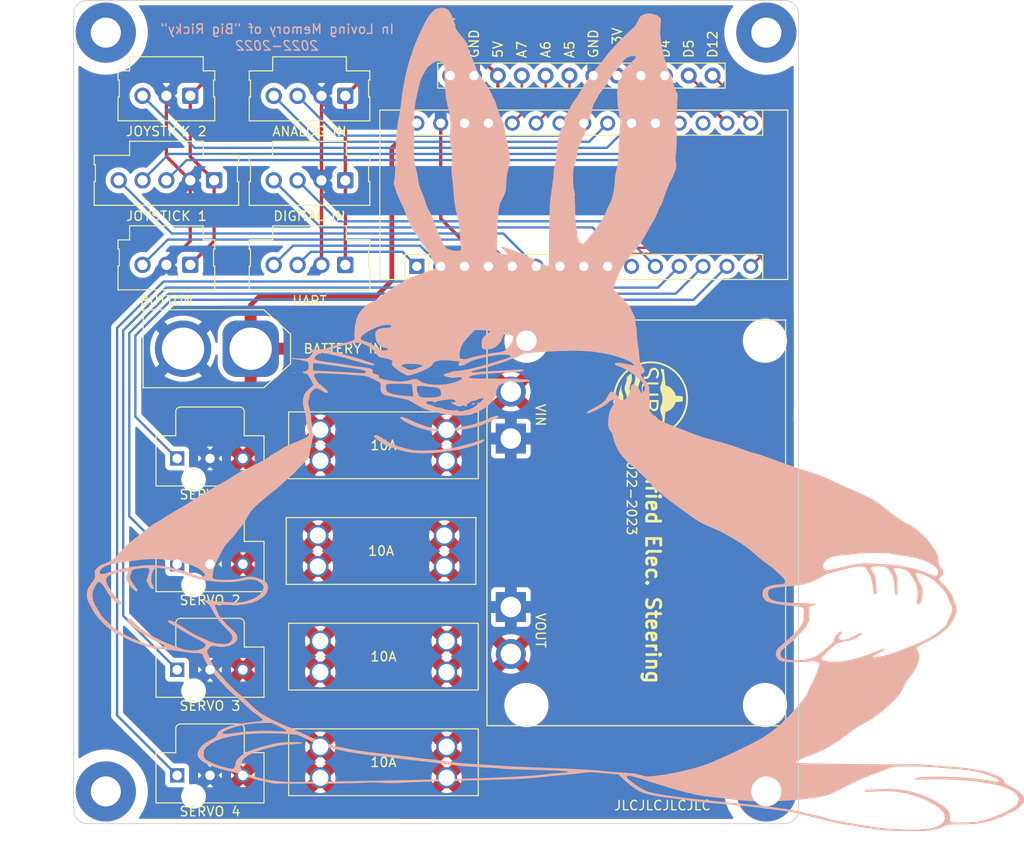
<source format=kicad_pcb>
(kicad_pcb (version 20211014) (generator pcbnew)
  (title_block (title "Unified Elec. Steering") (date "2022-10-01") (rev "A"))
  (layers (0 "F.Cu" signal) (31 "B.Cu" signal) (34 "B.Paste" user) (35 "F.Paste" user) (36 "B.SilkS" user "B.Silkscreen") (37 "F.SilkS" user "F.Silkscreen") (38 "B.Mask" user) (39 "F.Mask" user) (44 "Edge.Cuts" user))
  (net 0 "")
  (net 1 "VBUS")
  (net 2 "GND")
  (net 3 "RESET")
  (net 4 "+5V")
  (net 5 "A7")
  (net 6 "A6")
  (net 7 "A5")
  (net 8 "+3V3")
  (net 9 "D13")
  (net 10 "D4")
  (net 11 "D5")
  (net 12 "D12")
  (net 14 "TX")
  (net 15 "RX")
  (net 16 "BUTTON0")
  (net 17 "BUTTON1")
  (net 18 "D7")
  (net 20 "D8")
  (net 21 "JOY_PITCH")
  (net 22 "JOY_YAW")
  (net 23 "JOY_ROLL")
  (net 24 "A3")
  (net 25 "A4")
  (net 26 "SERVO0")
  (net 27 "SERVO1")
  (net 28 "SERVO2")
  (net 29 "SERVO3")
  (net 30 "+7.5V")
  (net 31 "Net-(J5-Pad3)")
  (net 32 "Net-(F3-Pad1)")
  (net 33 "Net-(J4-Pad3)")
  (net 34 "Net-(J2-Pad3)")
  (footprint "Connector_AMASS:AMASS_XT60-M_1x02_P7.20mm_Vertical" (layer "F.Cu") (at 115.145 90.932 180)
    (fp_text reference "J6" hide)
    (fp_text value "Conn_01x02")
    (pad "1" thru_hole roundrect (at 0 0 180) (size 6 6) (drill 4.5) (layers *.Cu *.Mask) (net 1 "VBUS"))
    (pad "2" thru_hole circle (at 7.2 0 180) (size 6 6) (drill 4.5) (layers *.Cu *.Mask) (net 2 "GND"))
  )
  (footprint "Connector_PinHeader_2.54mm:PinHeader_1x12_P2.54mm_Vertical" (layer "F.Cu") (at 136.393 61.849 90)
    (fp_text reference "J8" hide)
    (fp_text value "Conn_01x12")
    (pad "1" thru_hole circle (at 0 0 90) (size 1.7 1.7) (drill 1) (layers *.Cu *.Mask) (net 3 "RESET"))
    (pad "2" thru_hole oval (at 0 2.54 90) (size 1.7 1.7) (drill 1) (layers *.Cu *.Mask) (net 2 "GND"))
    (pad "3" thru_hole oval (at 0 5.08 90) (size 1.7 1.7) (drill 1) (layers *.Cu *.Mask) (net 4 "+5V"))
    (pad "4" thru_hole oval (at 0 7.62 90) (size 1.7 1.7) (drill 1) (layers *.Cu *.Mask) (net 5 "A7"))
    (pad "5" thru_hole oval (at 0 10.16 90) (size 1.7 1.7) (drill 1) (layers *.Cu *.Mask) (net 6 "A6"))
    (pad "6" thru_hole oval (at 0 12.7 90) (size 1.7 1.7) (drill 1) (layers *.Cu *.Mask) (net 7 "A5"))
    (pad "7" thru_hole oval (at 0 15.24 90) (size 1.7 1.7) (drill 1) (layers *.Cu *.Mask) (net 2 "GND"))
    (pad "8" thru_hole oval (at 0 17.78 90) (size 1.7 1.7) (drill 1) (layers *.Cu *.Mask) (net 8 "+3V3"))
    (pad "9" thru_hole oval (at 0 20.32 90) (size 1.7 1.7) (drill 1) (layers *.Cu *.Mask) (net 9 "D13"))
    (pad "10" thru_hole oval (at 0 22.86 90) (size 1.7 1.7) (drill 1) (layers *.Cu *.Mask) (net 10 "D4"))
    (pad "11" thru_hole oval (at 0 25.4 90) (size 1.7 1.7) (drill 1) (layers *.Cu *.Mask) (net 11 "D5"))
    (pad "12" thru_hole oval (at 0 27.94 90) (size 1.7 1.7) (drill 1) (layers *.Cu *.Mask) (net 12 "D12"))
  )
  (footprint "elec_steering:1722861103_ultra" (layer "F.Cu") (at 110.814987 102.619001)
    (fp_text reference "J5" hide)
    (fp_text value "Conn_01x03" hide)
    (pad "" np_thru_hole circle (at -1.750004 2.23) (size 1.6 1.6) (drill 1.6) (layers *.Cu *.Mask))
    (pad "1" thru_hole rect (at -3.5 0) (size 1.52 1.52) (drill 1.02) (layers *.Cu *.Mask) (net 29 "SERVO3"))
    (pad "2" thru_hole circle (at 0.000001 0) (size 1.52 1.52) (drill 1.016) (layers *.Cu *.Mask) (net 2 "GND"))
    (pad "3" thru_hole circle (at 3.500001 0) (size 1.52 1.52) (drill 1.016) (layers *.Cu *.Mask) (net 31 "Net-(J5-Pad3)"))
  )
  (footprint "elec_steering:1722861103_ultra" (layer "F.Cu") (at 110.814987 125.119001)
    (fp_text reference "J4" hide)
    (fp_text value "Conn_01x03" hide)
    (pad "" np_thru_hole circle (at -1.750004 2.23) (size 1.6 1.6) (drill 1.6) (layers *.Cu *.Mask))
    (pad "1" thru_hole rect (at -3.5 0) (size 1.52 1.52) (drill 1.02) (layers *.Cu *.Mask) (net 27 "SERVO1"))
    (pad "2" thru_hole circle (at 0.000001 0) (size 1.52 1.52) (drill 1.016) (layers *.Cu *.Mask) (net 2 "GND"))
    (pad "3" thru_hole circle (at 3.500001 0) (size 1.52 1.52) (drill 1.016) (layers *.Cu *.Mask) (net 33 "Net-(J4-Pad3)"))
  )
  (footprint "elec_steering:3557-2" (layer "F.Cu") (at 129.286 122.068)
    (fp_text reference "F4" hide)
    (fp_text value "Fuse")
    (pad "1" thru_hole circle (at -6.731 0) (size 2.2352 2.2352) (drill 1.7272) (layers *.Cu *.Mask) (net 33 "Net-(J4-Pad3)"))
    (pad "1" thru_hole circle (at -6.731 3.302) (size 2.2352 2.2352) (drill 1.7272) (layers *.Cu *.Mask) (net 33 "Net-(J4-Pad3)"))
    (pad "2" thru_hole circle (at 6.731 0) (size 2.2352 2.2352) (drill 1.7272) (layers *.Cu *.Mask) (net 30 "+7.5V"))
    (pad "2" thru_hole circle (at 6.731 3.302) (size 2.2352 2.2352) (drill 1.7272) (layers *.Cu *.Mask) (net 30 "+7.5V"))
  )
  (footprint "Connector_Molex:Molex_SL_171971-0003_1x03_P2.54mm_Vertical" (layer "F.Cu") (at 108.712 82.002 180)
    (fp_text reference "J11" hide)
    (fp_text value "Conn_01x03")
    (pad "1" thru_hole roundrect (at 0 0 180) (size 1.74 1.74) (drill 1.09) (layers *.Cu *.Mask) (roundrect_rratio 0.1436781609) (net 4 "+5V"))
    (pad "2" thru_hole circle (at 2.54 0 180) (size 1.74 1.74) (drill 1.09) (layers *.Cu *.Mask) (net 2 "GND"))
    (pad "3" thru_hole circle (at 5.08 0 180) (size 1.74 1.74) (drill 1.09) (layers *.Cu *.Mask) (net 16 "BUTTON0"))
  )
  (footprint "Connector_Molex:Molex_SL_171971-0003_1x03_P2.54mm_Vertical" (layer "F.Cu") (at 108.712 64.002 180)
    (fp_text reference "J13" hide)
    (fp_text value "Conn_01x03")
    (pad "1" thru_hole roundrect (at 0 0 180) (size 1.74 1.74) (drill 1.09) (layers *.Cu *.Mask) (roundrect_rratio 0.1436781609) (net 4 "+5V"))
    (pad "2" thru_hole circle (at 2.54 0 180) (size 1.74 1.74) (drill 1.09) (layers *.Cu *.Mask) (net 2 "GND"))
    (pad "3" thru_hole circle (at 5.08 0 180) (size 1.74 1.74) (drill 1.09) (layers *.Cu *.Mask) (net 23 "JOY_ROLL"))
  )
  (footprint "elec_steering:1722861103_ultra" (layer "F.Cu") (at 110.814987 136.369001)
    (fp_text reference "J2" hide)
    (fp_text value "Conn_01x03" hide)
    (pad "" np_thru_hole circle (at -1.750004 2.23) (size 1.6 1.6) (drill 1.6) (layers *.Cu *.Mask))
    (pad "1" thru_hole rect (at -3.5 0) (size 1.52 1.52) (drill 1.02) (layers *.Cu *.Mask) (net 26 "SERVO0"))
    (pad "2" thru_hole circle (at 0.000001 0) (size 1.52 1.52) (drill 1.016) (layers *.Cu *.Mask) (net 2 "GND"))
    (pad "3" thru_hole circle (at 3.500001 0) (size 1.52 1.52) (drill 1.016) (layers *.Cu *.Mask) (net 34 "Net-(J2-Pad3)"))
  )
  (footprint "LOGO" (layer "F.Cu") (at 157.734 96.266 -90)
    (fp_text reference "G***" hide)
    (fp_text value "LOGO" hide)
  )
  (footprint "MountingHole:MountingHole_3.2mm_M3_Pad" (layer "F.Cu") (at 170.057 138.075)
    (fp_text reference "REF**" hide)
    (fp_text value "MountingHole_3.2mm_M3_Pad")
    (pad "1" thru_hole circle (at 0 0) (size 6.4 6.4) (drill 3.2) (layers *.Cu *.Mask) (clearance 1.27))
  )
  (footprint "Connector_Molex:Molex_SL_171971-0004_1x04_P2.54mm_Vertical" (layer "F.Cu") (at 125.222 73.008 180)
    (fp_text reference "J9" hide)
    (fp_text value "Conn_01x04")
    (pad "1" thru_hole roundrect (at 0 0 180) (size 1.74 1.74) (drill 1.09) (layers *.Cu *.Mask) (roundrect_rratio 0.1436781609) (net 4 "+5V"))
    (pad "2" thru_hole circle (at 2.54 0 180) (size 1.74 1.74) (drill 1.09) (layers *.Cu *.Mask) (net 2 "GND"))
    (pad "3" thru_hole circle (at 5.08 0 180) (size 1.74 1.74) (drill 1.09) (layers *.Cu *.Mask) (net 20 "D8"))
    (pad "4" thru_hole circle (at 7.62 0 180) (size 1.74 1.74) (drill 1.09) (layers *.Cu *.Mask) (net 18 "D7"))
  )
  (footprint "elec_steering:D24V150F7" (layer "F.Cu") (at 156.21 109.478236 -90)
    (fp_text reference "U2" hide)
    (fp_text value "D24V150F7")
    (pad "" np_thru_hole circle locked (at 19.4 11.7 270) (size 2.18 2.18) (drill 2.18) (layers F&B.Cu *.Mask) (clearance 1.27))
    (pad "" np_thru_hole circle locked (at -19.4 -13.7 270) (size 2.18 2.18) (drill 2.18) (layers F&B.Cu *.Mask) (clearance 1.27))
    (pad "" np_thru_hole circle locked (at 19.4 -13.7 270) (size 2.18 2.18) (drill 2.18) (layers F&B.Cu *.Mask) (clearance 1.27))
    (pad "" np_thru_hole circle locked (at -19.4 11.7 270) (size 2.18 2.18) (drill 2.18) (layers F&B.Cu *.Mask) (clearance 1.27))
    (pad "1" thru_hole circle locked (at -13.98 13.36 270) (size 3.196 3.196) (drill 2.18) (layers *.Cu *.Mask) (net 1 "VBUS"))
    (pad "2" thru_hole rect locked (at -8.98 13.36 270) (size 3.196 3.196) (drill 2.18) (layers *.Cu *.Mask) (net 2 "GND") (clearance 1.27))
    (pad "6" thru_hole rect locked (at 8.96 13.36 270) (size 3.196 3.196) (drill 2.18) (layers *.Cu *.Mask) (net 2 "GND") (clearance 1.27))
    (pad "7" thru_hole circle locked (at 13.96 13.36 270) (size 3.196 3.196) (drill 2.18) (layers *.Cu *.Mask) (net 30 "+7.5V"))
  )
  (footprint "MountingHole:MountingHole_3.2mm_M3_Pad" (layer "F.Cu") (at 99.7204 138.075)
    (fp_text reference "REF**" hide)
    (fp_text value "MountingHole_3.2mm_M3_Pad")
    (pad "1" thru_hole circle (at 0 0) (size 6.4 6.4) (drill 3.2) (layers *.Cu *.Mask) (clearance 1.27))
  )
  (footprint "Module:Arduino_Nano" (layer "F.Cu") (at 132.842 82.159203 90)
    (fp_text reference "U1" hide)
    (fp_text value "Arduino_Nano_v3.x")
    (pad "1" thru_hole rect locked (at 0 0 90) (size 1.6 1.6) (drill 1) (layers *.Cu *.Mask) (net 14 "TX"))
    (pad "2" thru_hole oval locked (at 0 2.54 90) (size 1.6 1.6) (drill 1) (layers *.Cu *.Mask) (net 15 "RX"))
    (pad "3" thru_hole oval locked (at 0 5.08 90) (size 1.6 1.6) (drill 1) (layers *.Cu *.Mask))
    (pad "4" thru_hole oval locked (at 0 7.62 90) (size 1.6 1.6) (drill 1) (layers *.Cu *.Mask) (net 2 "GND"))
    (pad "5" thru_hole oval locked (at 0 10.16 90) (size 1.6 1.6) (drill 1) (layers *.Cu *.Mask) (net 16 "BUTTON0"))
    (pad "6" thru_hole oval locked (at 0 12.7 90) (size 1.6 1.6) (drill 1) (layers *.Cu *.Mask) (net 17 "BUTTON1"))
    (pad "7" thru_hole oval locked (at 0 15.24 90) (size 1.6 1.6) (drill 1) (layers *.Cu *.Mask) (net 10 "D4"))
    (pad "8" thru_hole oval locked (at 0 17.78 90) (size 1.6 1.6) (drill 1) (layers *.Cu *.Mask) (net 11 "D5"))
    (pad "9" thru_hole oval locked (at 0 20.32 90) (size 1.6 1.6) (drill 1) (layers *.Cu *.Mask) (net 26 "SERVO0"))
    (pad "10" thru_hole oval locked (at 0 22.86 90) (size 1.6 1.6) (drill 1) (layers *.Cu *.Mask) (net 18 "D7"))
    (pad "11" thru_hole oval locked (at 0 25.4 90) (size 1.6 1.6) (drill 1) (layers *.Cu *.Mask) (net 20 "D8"))
    (pad "12" thru_hole oval locked (at 0 27.94 90) (size 1.6 1.6) (drill 1) (layers *.Cu *.Mask) (net 27 "SERVO1"))
    (pad "13" thru_hole oval locked (at 0 30.48 90) (size 1.6 1.6) (drill 1) (layers *.Cu *.Mask) (net 28 "SERVO2"))
    (pad "14" thru_hole oval locked (at 0 33.02 90) (size 1.6 1.6) (drill 1) (layers *.Cu *.Mask) (net 29 "SERVO3"))
    (pad "15" thru_hole oval locked (at 0 35.56 90) (size 1.6 1.6) (drill 1) (layers *.Cu *.Mask) (net 12 "D12"))
    (pad "16" thru_hole oval locked (at 15.24 35.56 90) (size 1.6 1.6) (drill 1) (layers *.Cu *.Mask) (net 9 "D13"))
    (pad "17" thru_hole oval locked (at 15.24 33.02 90) (size 1.6 1.6) (drill 1) (layers *.Cu *.Mask) (net 8 "+3V3"))
    (pad "18" thru_hole oval locked (at 15.24 30.48 90) (size 1.6 1.6) (drill 1) (layers *.Cu *.Mask))
    (pad "19" thru_hole oval locked (at 15.24 27.94 90) (size 1.6 1.6) (drill 1) (layers *.Cu *.Mask) (net 21 "JOY_PITCH"))
    (pad "20" thru_hole oval locked (at 15.24 25.4 90) (size 1.6 1.6) (drill 1) (layers *.Cu *.Mask) (net 22 "JOY_YAW"))
    (pad "21" thru_hole oval locked (at 15.24 22.86 90) (size 1.6 1.6) (drill 1) (layers *.Cu *.Mask) (net 23 "JOY_ROLL"))
    (pad "22" thru_hole oval locked (at 15.24 20.32 90) (size 1.6 1.6) (drill 1) (layers *.Cu *.Mask) (net 24 "A3"))
    (pad "23" thru_hole oval locked (at 15.24 17.78 90) (size 1.6 1.6) (drill 1) (layers *.Cu *.Mask) (net 25 "A4"))
    (pad "24" thru_hole oval locked (at 15.24 15.24 90) (size 1.6 1.6) (drill 1) (layers *.Cu *.Mask) (net 7 "A5"))
    (pad "25" thru_hole oval locked (at 15.24 12.7 90) (size 1.6 1.6) (drill 1) (layers *.Cu *.Mask) (net 6 "A6"))
    (pad "26" thru_hole oval locked (at 15.24 10.16 90) (size 1.6 1.6) (drill 1) (layers *.Cu *.Mask) (net 5 "A7"))
    (pad "27" thru_hole oval locked (at 15.24 7.62 90) (size 1.6 1.6) (drill 1) (layers *.Cu *.Mask) (net 4 "+5V"))
    (pad "28" thru_hole oval locked (at 15.24 5.08 90) (size 1.6 1.6) (drill 1) (layers *.Cu *.Mask) (net 3 "RESET"))
    (pad "29" thru_hole oval locked (at 15.24 2.54 90) (size 1.6 1.6) (drill 1) (layers *.Cu *.Mask) (net 2 "GND"))
    (pad "30" thru_hole oval locked (at 15.24 0 90) (size 1.6 1.6) (drill 1) (layers *.Cu *.Mask) (net 1 "VBUS"))
  )
  (footprint "Connector_Molex:Molex_SL_171971-0004_1x04_P2.54mm_Vertical" (layer "F.Cu") (at 125.222 82.008 180)
    (fp_text reference "J10" hide)
    (fp_text value "Conn_01x04")
    (pad "1" thru_hole roundrect (at 0 0 180) (size 1.74 1.74) (drill 1.09) (layers *.Cu *.Mask) (roundrect_rratio 0.1436781609) (net 4 "+5V"))
    (pad "2" thru_hole circle (at 2.54 0 180) (size 1.74 1.74) (drill 1.09) (layers *.Cu *.Mask) (net 2 "GND"))
    (pad "3" thru_hole circle (at 5.08 0 180) (size 1.74 1.74) (drill 1.09) (layers *.Cu *.Mask) (net 14 "TX"))
    (pad "4" thru_hole circle (at 7.62 0 180) (size 1.74 1.74) (drill 1.09) (layers *.Cu *.Mask) (net 15 "RX"))
  )
  (footprint "MountingHole:MountingHole_3.2mm_M3_Pad" (layer "F.Cu") (at 170.057 57.273)
    (fp_text reference "REF**" hide)
    (fp_text value "MountingHole_3.2mm_M3_Pad")
    (pad "1" thru_hole circle (at 0 0) (size 6.4 6.4) (drill 3.2) (layers *.Cu *.Mask) (clearance 1.27))
  )
  (footprint "elec_steering:1722861103_ultra" (layer "F.Cu") (at 110.814987 113.869001)
    (fp_text reference "J1" hide)
    (fp_text value "Conn_01x03" hide)
    (pad "" np_thru_hole circle (at -1.750004 2.23) (size 1.6 1.6) (drill 1.6) (layers *.Cu *.Mask))
    (pad "1" thru_hole rect (at -3.5 0) (size 1.52 1.52) (drill 1.02) (layers *.Cu *.Mask) (net 28 "SERVO2"))
    (pad "2" thru_hole circle (at 0.000001 0) (size 1.52 1.52) (drill 1.016) (layers *.Cu *.Mask) (net 2 "GND"))
    (pad "3" thru_hole circle (at 3.500001 0) (size 1.52 1.52) (drill 1.016) (layers *.Cu *.Mask) (net 32 "Net-(F3-Pad1)"))
  )
  (footprint "elec_steering:3557-2" (layer "F.Cu") (at 129.032 110.818)
    (fp_text reference "F3" hide)
    (fp_text value "Fuse")
    (pad "1" thru_hole circle (at -6.731 0) (size 2.2352 2.2352) (drill 1.7272) (layers *.Cu *.Mask) (net 32 "Net-(F3-Pad1)"))
    (pad "1" thru_hole circle (at -6.731 3.302) (size 2.2352 2.2352) (drill 1.7272) (layers *.Cu *.Mask) (net 32 "Net-(F3-Pad1)"))
    (pad "2" thru_hole circle (at 6.731 3.302) (size 2.2352 2.2352) (drill 1.7272) (layers *.Cu *.Mask) (net 30 "+7.5V"))
    (pad "2" thru_hole circle (at 6.731 0) (size 2.2352 2.2352) (drill 1.7272) (layers *.Cu *.Mask) (net 30 "+7.5V"))
  )
  (footprint "Connector_Molex:Molex_SL_171971-0004_1x04_P2.54mm_Vertical" (layer "F.Cu") (at 125.222 64.008 180)
    (fp_text reference "J7" hide)
    (fp_text value "Conn_01x04")
    (pad "1" thru_hole roundrect (at 0 0 180) (size 1.74 1.74) (drill 1.09) (layers *.Cu *.Mask) (roundrect_rratio 0.1436781609) (net 4 "+5V"))
    (pad "2" thru_hole circle (at 2.54 0 180) (size 1.74 1.74) (drill 1.09) (layers *.Cu *.Mask) (net 2 "GND"))
    (pad "3" thru_hole circle (at 5.08 0 180) (size 1.74 1.74) (drill 1.09) (layers *.Cu *.Mask) (net 25 "A4"))
    (pad "4" thru_hole circle (at 7.62 0 180) (size 1.74 1.74) (drill 1.09) (layers *.Cu *.Mask) (net 24 "A3"))
  )
  (footprint "MountingHole:MountingHole_3.2mm_M3_Pad" (layer "F.Cu") (at 99.7204 57.277)
    (fp_text reference "REF**" hide)
    (fp_text value "MountingHole_3.2mm_M3_Pad")
    (pad "1" thru_hole circle (at 0 0) (size 6.4 6.4) (drill 3.2) (layers *.Cu *.Mask) (clearance 1.27))
  )
  (footprint "elec_steering:3557-2" (layer "F.Cu") (at 129.286 99.568)
    (fp_text reference "F2" hide)
    (fp_text value "Fuse")
    (pad "1" thru_hole circle (at -6.731 3.302) (size 2.2352 2.2352) (drill 1.7272) (layers *.Cu *.Mask) (net 31 "Net-(J5-Pad3)"))
    (pad "1" thru_hole circle (at -6.731 0) (size 2.2352 2.2352) (drill 1.7272) (layers *.Cu *.Mask) (net 31 "Net-(J5-Pad3)"))
    (pad "2" thru_hole circle (at 6.731 0) (size 2.2352 2.2352) (drill 1.7272) (layers *.Cu *.Mask) (net 30 "+7.5V"))
    (pad "2" thru_hole circle (at 6.731 3.302) (size 2.2352 2.2352) (drill 1.7272) (layers *.Cu *.Mask) (net 30 "+7.5V"))
  )
  (footprint "Connector_Molex:Molex_SL_171971-0005_1x05_P2.54mm_Vertical" (layer "F.Cu") (at 111.252 73.002 180)
    (fp_text reference "J3" hide)
    (fp_text value "Conn_01x05")
    (pad "1" thru_hole roundrect (at 0 0 180) (size 1.74 1.74) (drill 1.09) (layers *.Cu *.Mask) (roundrect_rratio 0.1436781609) (net 4 "+5V"))
    (pad "2" thru_hole circle (at 2.54 0 180) (size 1.74 1.74) (drill 1.09) (layers *.Cu *.Mask) (net 2 "GND"))
    (pad "3" thru_hole circle (at 5.08 0 180) (size 1.74 1.74) (drill 1.09) (layers *.Cu *.Mask) (net 21 "JOY_PITCH"))
    (pad "4" thru_hole circle (at 7.62 0 180) (size 1.74 1.74) (drill 1.09) (layers *.Cu *.Mask) (net 22 "JOY_YAW"))
    (pad "5" thru_hole circle (at 10.16 0 180) (size 1.74 1.74) (drill 1.09) (layers *.Cu *.Mask) (net 17 "BUTTON1"))
  )
  (footprint "elec_steering:3557-2" (layer "F.Cu") (at 129.286 133.318)
    (fp_text reference "F5" hide)
    (fp_text value "Fuse")
    (pad "1" thru_hole circle (at -6.731 0) (size 2.2352 2.2352) (drill 1.7272) (layers *.Cu *.Mask) (net 34 "Net-(J2-Pad3)"))
    (pad "1" thru_hole circle (at -6.731 3.302) (size 2.2352 2.2352) (drill 1.7272) (layers *.Cu *.Mask) (net 34 "Net-(J2-Pad3)"))
    (pad "2" thru_hole circle (at 6.731 3.302) (size 2.2352 2.2352) (drill 1.7272) (layers *.Cu *.Mask) (net 30 "+7.5V"))
    (pad "2" thru_hole circle (at 6.731 0) (size 2.2352 2.2352) (drill 1.7272) (layers *.Cu *.Mask) (net 30 "+7.5V"))
  )
  (footprint "LOGO" (layer "B.Cu") (at 147.574 99.314 180)
    (fp_text reference "G***" hide)
    (fp_text value "LOGO" hide)
  )
  (gr_arc (start 171.982 53.848) (mid 173.04266 54.28734) (end 173.482 55.348) (layer "Edge.Cuts") (width 0.1))
  (gr_line (start 173.482 140) (end 173.482 55.348) (layer "Edge.Cuts") (width 0.1))
  (gr_line (start 97.7954 53.848) (end 171.982 53.848) (layer "Edge.Cuts") (width 0.1))
  (gr_line (start 97.7954 141.5) (end 171.982 141.5) (layer "Edge.Cuts") (width 0.1))
  (gr_arc (start 96.2954 55.348) (mid 96.73474 54.28734) (end 97.7954 53.848) (layer "Edge.Cuts") (width 0.1))
  (gr_arc (start 97.7954 141.5) (mid 96.73474 141.06066) (end 96.2954 140) (layer "Edge.Cuts") (width 0.1))
  (gr_arc (start 173.482 140) (mid 173.04266 141.06066) (end 171.982 141.5) (layer "Edge.Cuts") (width 0.1))
  (gr_line (start 96.2954 140) (end 96.2954 55.348) (layer "Edge.Cuts") (width 0.1))
  (gr_text "2022-2022" (at 117.983 58.674) (layer "B.SilkS") (effects (font (size 1 1) (thickness 0.15) italic) (justify mirror)))
  (gr_text "In Loving Memory of {dblquote}Big Ricky{dblquote}" (at 117.983 56.896) (layer "B.SilkS") (effects (font (size 1 1)) (justify mirror)))
  (gr_text "A6" (at 146.558 60.071 90) (layer "F.SilkS") (effects (font (size 1 1)) (justify left)))
  (gr_text "GND" (at 151.638 60.071 90) (layer "F.SilkS") (effects (font (size 1 1)) (justify left)))
  (gr_text "2022-2023" (at 155.702 101.845528 270) (layer "F.SilkS") (effects (font (size 1 1)) (justify left)))
  (gr_text "JOYSTICK 2" (at 106.172 67.79) (layer "F.SilkS") (effects (font (size 1 1))))
  (gr_text "Unified Elec. Steering" (at 157.988 101.591528 270) (layer "F.SilkS") (effects (font (size 1.5 1.5) (thickness 0.3)) (justify left)))
  (gr_text "10A" (at 129.286 101.219) (layer "F.SilkS") (effects (font (size 1 1))))
  (gr_text "A5" (at 149.098 60.071 90) (layer "F.SilkS") (effects (font (size 1 1)) (justify left)))
  (gr_text "GND" (at 138.938 60.071 90) (layer "F.SilkS") (effects (font (size 1 1)) (justify left)))
  (gr_text "D12" (at 164.338 60.071 90) (layer "F.SilkS") (effects (font (size 1 1)) (justify left)))
  (gr_text "D13" (at 156.718 60.071 90) (layer "F.SilkS") (effects (font (size 1 1)) (justify left)))
  (gr_text "SERVO 2" (at 110.814987 117.719) (layer "F.SilkS") (effects (font (size 1 1))))
  (gr_text "BATTERY IN" (at 125 90.932) (layer "F.SilkS") (effects (font (size 1 1))))
  (gr_text "JLCJLCJLCJLC" (at 159 139.573) (layer "F.SilkS") (effects (font (size 1 1))))
  (gr_text "SERVO 1" (at 110.814987 106.469) (layer "F.SilkS") (effects (font (size 1 1))))
  (gr_text "BUTTON" (at 106.172 85.824) (layer "F.SilkS") (effects (font (size 1 1))))
  (gr_text "ANALOG IN" (at 121.412 67.796) (layer "F.SilkS") (effects (font (size 1 1))))
  (gr_text "VIN" (at 146 97.998236 270) (layer "F.SilkS") (effects (font (size 1 1))))
  (gr_text "10A\n" (at 129.286 134.969) (layer "F.SilkS") (effects (font (size 1 1))))
  (gr_text "D4" (at 159.258 60.071 90) (layer "F.SilkS") (effects (font (size 1 1)) (justify left)))
  (gr_text "RESET" (at 136.398 60.071 90) (layer "F.SilkS") (effects (font (size 1 1)) (justify left)))
  (gr_text "SERVO 3" (at 110.814987 128.969) (layer "F.SilkS") (effects (font (size 1 1))))
  (gr_text "DIGITAL IN" (at 121.412 76.813) (layer "F.SilkS") (effects (font (size 1 1))))
  (gr_text "A7" (at 144.018 60.071 90) (layer "F.SilkS") (effects (font (size 1 1)) (justify left)))
  (gr_text "10A" (at 129.286 123.719) (layer "F.SilkS") (effects (font (size 1 1))))
  (gr_text "10A\n" (at 129.032 112.469) (layer "F.SilkS") (effects (font (size 1 1))))
  (gr_text "SERVO 4" (at 110.814987 140.219) (layer "F.SilkS") (effects (font (size 1 1))))
  (gr_text "UART" (at 121.412 85.83) (layer "F.SilkS") (effects (font (size 1 1))))
  (gr_text "JOYSTICK 1" (at 106.172 76.807) (layer "F.SilkS") (effects (font (size 1 1))))
  (gr_text "VOUT\n" (at 146 120.938236 270) (layer "F.SilkS") (effects (font (size 1 1))))
  (gr_text "5V" (at 141.478 60.071 90) (layer "F.SilkS") (effects (font (size 1 1)) (justify left)))
  (gr_text "3.3V" (at 154.178 60.071 90) (layer "F.SilkS") (effects (font (size 1 1)) (justify left)))
  (gr_text "D5" (at 161.798 60.071 90) (layer "F.SilkS") (effects (font (size 1 1)) (justify left)))
  (segment (start 116.078 85.344) (end 116.586 85.344) (width 0.508) (layer "F.Cu") (net 1))
  (segment (start 130.175 83.693) (end 130.175 83.439) (width 0.508) (layer "F.Cu") (net 1))
  (segment (start 115.145 86.277) (end 116.078 85.344) (width 0.508) (layer "F.Cu") (net 1))
  (segment (start 132.842 66.919203) (end 130.175 69.586203) (width 0.508) (layer "F.Cu") (net 1))
  (segment (start 130.175 69.586203) (end 130.175 83.439) (width 0.508) (layer "F.Cu") (net 1))
  (segment (start 128.524 85.344) (end 130.175 83.693) (width 0.508) (layer "F.Cu") (net 1))
  (segment (start 128.524 85.344) (end 116.586 85.344) (width 0.508) (layer "F.Cu") (net 1))
  (segment (start 115.145 86.277) (end 115.145 90.932) (width 0.508) (layer "F.Cu") (net 1))
  (segment (start 108.712 73.002) (end 108.712 79.462) (width 0.35) (layer "F.Cu") (net 2))
  (segment (start 135.382 77.079203) (end 140.462 82.159203) (width 0.35) (layer "F.Cu") (net 2))
  (segment (start 106.172 70.462) (end 108.712 73.002) (width 0.35) (layer "F.Cu") (net 2))
  (segment (start 106.172 64.002) (end 106.172 70.462) (width 0.35) (layer "F.Cu") (net 2))
  (segment (start 122.682 73.008) (end 122.682 82.008) (width 0.35) (layer "F.Cu") (net 2))
  (segment (start 135.382 66.919203) (end 135.382 77.079203) (width 0.35) (layer "F.Cu") (net 2))
  (segment (start 122.682 64.008) (end 122.682 73.008) (width 0.35) (layer "F.Cu") (net 2))
  (segment (start 108.712 79.462) (end 106.172 82.002) (width 0.35) (layer "F.Cu") (net 2))
  (segment (start 137.922 65.2805) (end 137.922 66.919203) (width 0.25) (layer "F.Cu") (net 3))
  (segment (start 136.393 61.849) (end 136.393 63.7515) (width 0.25) (layer "F.Cu") (net 3))
  (segment (start 136.393 63.7515) (end 137.922 65.2805) (width 0.25) (layer "F.Cu") (net 3))
  (segment (start 108.712 70.462) (end 111.252 73.002) (width 0.35) (layer "F.Cu") (net 4))
  (segment (start 141.473 61.849) (end 140.048 60.424) (width 0.35) (layer "F.Cu") (net 4))
  (segment (start 140.048 60.424) (end 128.806 60.424) (width 0.35) (layer "F.Cu") (net 4))
  (segment (start 141.473 65.908203) (end 140.462 66.919203) (width 0.35) (layer "F.Cu") (net 4))
  (segment (start 108.712 64.002) (end 112.29 60.424) (width 0.35) (layer "F.Cu") (net 4))
  (segment (start 125.222 73.008) (end 125.222 64.008) (width 0.35) (layer "F.Cu") (net 4))
  (segment (start 128.806 60.424) (end 125.222 64.008) (width 0.35) (layer "F.Cu") (net 4))
  (segment (start 111.252 73.002) (end 111.252 79.462) (width 0.35) (layer "F.Cu") (net 4))
  (segment (start 111.252 79.462) (end 108.712 82.002) (width 0.35) (layer "F.Cu") (net 4))
  (segment (start 112.29 60.424) (end 128.806 60.424) (width 0.35) (layer "F.Cu") (net 4))
  (segment (start 141.473 61.849) (end 141.473 65.908203) (width 0.35) (layer "F.Cu") (net 4))
  (segment (start 108.712 64.002) (end 108.712 70.462) (width 0.35) (layer "F.Cu") (net 4))
  (segment (start 125.222 73.008) (end 125.222 82.008) (width 0.35) (layer "F.Cu") (net 4))
  (segment (start 144.013 65.908203) (end 143.002 66.919203) (width 0.25) (layer "F.Cu") (net 5))
  (segment (start 144.013 61.849) (end 144.013 65.908203) (width 0.25) (layer "F.Cu") (net 5))
  (segment (start 146.553 61.849) (end 146.553 65.908203) (width 0.25) (layer "F.Cu") (net 6))
  (segment (start 146.553 65.908203) (end 145.542 66.919203) (width 0.25) (layer "F.Cu") (net 6))
  (segment (start 149.093 61.849) (end 149.093 65.908203) (width 0.25) (layer "F.Cu") (net 7))
  (segment (start 149.093 65.908203) (end 148.082 66.919203) (width 0.25) (layer "F.Cu") (net 7))
  (segment (start 165.862 66.919203) (end 164.474797 65.532) (width 0.35) (layer "F.Cu") (net 8))
  (segment (start 157.856 65.532) (end 154.173 61.849) (width 0.35) (layer "F.Cu") (net 8))
  (segment (start 164.474797 65.532) (end 157.856 65.532) (width 0.35) (layer "F.Cu") (net 8))
  (segment (start 159.696 64.832) (end 166.314797 64.832) (width 0.25) (layer "F.Cu") (net 9))
  (segment (start 166.314797 64.832) (end 168.402 66.919203) (width 0.25) (layer "F.Cu") (net 9))
  (segment (start 156.713 61.849) (end 159.696 64.832) (width 0.25) (layer "F.Cu") (net 9))
  (segment (start 150.057 80.184203) (end 148.082 82.159203) (width 0.25) (layer "F.Cu") (net 10))
  (segment (start 161.586 64.182) (end 167.53863 64.182) (width 0.25) (layer "F.Cu") (net 10))
  (segment (start 169.727 66.37037) (end 169.727 78.995727) (width 0.25) (layer "F.Cu") (net 10))
  (segment (start 168.538524 80.184203) (end 150.057 80.184203) (width 0.25) (layer "F.Cu") (net 10))
  (segment (start 167.53863 64.182) (end 169.727 66.37037) (width 0.25) (layer "F.Cu") (net 10))
  (segment (start 169.727 78.995727) (end 168.538524 80.184203) (width 0.25) (layer "F.Cu") (net 10))
  (segment (start 159.253 61.849) (end 161.586 64.182) (width 0.25) (layer "F.Cu") (net 10))
  (segment (start 150.622 82.159203) (end 151.947 80.834203) (width 0.25) (layer "F.Cu") (net 11))
  (segment (start 170.377 66.101132) (end 167.807868 63.532) (width 0.25) (layer "F.Cu") (net 11))
  (segment (start 151.947 80.834203) (end 168.807762 80.834203) (width 0.25) (layer "F.Cu") (net 11))
  (segment (start 163.476 63.532) (end 161.793 61.849) (width 0.25) (layer "F.Cu") (net 11))
  (segment (start 170.377 79.264965) (end 170.377 66.101132) (width 0.25) (layer "F.Cu") (net 11))
  (segment (start 167.807868 63.532) (end 163.476 63.532) (width 0.25) (layer "F.Cu") (net 11))
  (segment (start 168.807762 80.834203) (end 170.377 79.264965) (width 0.25) (layer "F.Cu") (net 11))
  (segment (start 171.027 79.534203) (end 168.402 82.159203) (width 0.25) (layer "F.Cu") (net 12))
  (segment (start 171.027 65.831893) (end 171.027 79.534203) (width 0.25) (layer "F.Cu") (net 12))
  (segment (start 165.366 62.882) (end 168.077106 62.882) (width 0.25) (layer "F.Cu") (net 12))
  (segment (start 164.333 61.849) (end 165.366 62.882) (width 0.25) (layer "F.Cu") (net 12))
  (segment (start 168.077106 62.882) (end 171.027 65.831893) (width 0.25) (layer "F.Cu") (net 12))
  (segment (start 120.142 82.008) (end 121.537 80.613) (width 0.25) (layer "B.Cu") (net 14))
  (segment (start 131.295797 80.613) (end 132.842 82.159203) (width 0.25) (layer "B.Cu") (net 14))
  (segment (start 121.537 80.613) (end 131.295797 80.613) (width 0.25) (layer "B.Cu") (net 14))
  (segment (start 117.602 82.008) (end 119.647 79.963) (width 0.25) (layer "B.Cu") (net 15))
  (segment (start 133.185797 79.963) (end 135.382 82.159203) (width 0.25) (layer "B.Cu") (net 15))
  (segment (start 119.647 79.963) (end 133.185797 79.963) (width 0.25) (layer "B.Cu") (net 15))
  (segment (start 143.002 82.159203) (end 140.155797 79.313) (width 0.25) (layer "B.Cu") (net 16))
  (segment (start 140.155797 79.313) (end 106.321 79.313) (width 0.25) (layer "B.Cu") (net 16))
  (segment (start 106.321 79.313) (end 103.632 82.002) (width 0.25) (layer "B.Cu") (net 16))
  (segment (start 142.045797 78.663) (end 145.542 82.159203) (width 0.25) (layer "B.Cu") (net 17))
  (segment (start 101.092 73.002) (end 106.753 78.663) (width 0.25) (layer "B.Cu") (net 17))
  (segment (start 106.753 78.663) (end 142.045797 78.663) (width 0.25) (layer "B.Cu") (net 17))
  (segment (start 117.602 73.008) (end 122.607 78.013) (width 0.25) (layer "B.Cu") (net 18))
  (segment (start 151.555797 78.013) (end 155.702 82.159203) (width 0.25) (layer "B.Cu") (net 18))
  (segment (start 122.607 78.013) (end 151.555797 78.013) (width 0.25) (layer "B.Cu") (net 18))
  (segment (start 153.445797 77.363) (end 158.242 82.159203) (width 0.25) (layer "B.Cu") (net 20))
  (segment (start 120.142 73.008) (end 124.497 77.363) (width 0.25) (layer "B.Cu") (net 20))
  (segment (start 124.497 77.363) (end 153.445797 77.363) (width 0.25) (layer "B.Cu") (net 20))
  (segment (start 106.172 73.002) (end 108.329797 70.844203) (width 0.25) (layer "B.Cu") (net 21))
  (segment (start 108.329797 70.844203) (end 156.857 70.844203) (width 0.25) (layer "B.Cu") (net 21))
  (segment (start 156.857 70.844203) (end 160.782 66.919203) (width 0.25) (layer "B.Cu") (net 21))
  (segment (start 103.632 73.002) (end 106.439797 70.194203) (width 0.25) (layer "B.Cu") (net 22))
  (segment (start 154.967 70.194203) (end 158.242 66.919203) (width 0.25) (layer "B.Cu") (net 22))
  (segment (start 106.439797 70.194203) (end 154.967 70.194203) (width 0.25) (layer "B.Cu") (net 22))
  (segment (start 109.174203 69.544203) (end 153.077 69.544203) (width 0.25) (layer "B.Cu") (net 23))
  (segment (start 103.632 64.002) (end 109.174203 69.544203) (width 0.25) (layer "B.Cu") (net 23))
  (segment (start 153.077 69.544203) (end 155.702 66.919203) (width 0.25) (layer "B.Cu") (net 23))
  (segment (start 151.187 68.894203) (end 153.162 66.919203) (width 0.25) (layer "B.Cu") (net 24))
  (segment (start 117.602 64.008) (end 122.488203 68.894203) (width 0.25) (layer "B.Cu") (net 24))
  (segment (start 122.488203 68.894203) (end 151.187 68.894203) (width 0.25) (layer "B.Cu") (net 24))
  (segment (start 149.297 68.244203) (end 150.622 66.919203) (width 0.25) (layer "B.Cu") (net 25))
  (segment (start 120.142 64.008) (end 124.378203 68.244203) (width 0.25) (layer "B.Cu") (net 25))
  (segment (start 124.378203 68.244203) (end 149.297 68.244203) (width 0.25) (layer "B.Cu") (net 25))
  (segment (start 100.92 88.727286) (end 100.92 129.974014) (width 0.25) (layer "B.Cu") (net 26))
  (segment (start 153.162 82.159203) (end 151.546203 83.775) (width 0.25) (layer "B.Cu") (net 26))
  (segment (start 105.872285 83.775) (end 100.92 88.727286) (width 0.25) (layer "B.Cu") (net 26))
  (segment (start 100.92 129.974014) (end 107.314987 136.369001) (width 0.25) (layer "B.Cu") (net 26))
  (segment (start 151.546203 83.775) (end 105.872285 83.775) (width 0.25) (layer "B.Cu") (net 26))
  (segment (start 106.141524 84.425) (end 101.57 88.996524) (width 0.25) (layer "B.Cu") (net 27))
  (segment (start 101.57 119.374014) (end 107.314987 125.119001) (width 0.25) (layer "B.Cu") (net 27))
  (segment (start 101.57 88.996524) (end 101.57 119.374014) (width 0.25) (layer "B.Cu") (net 27))
  (segment (start 158.516203 84.425) (end 106.141524 84.425) (width 0.25) (layer "B.Cu") (net 27))
  (segment (start 160.782 82.159203) (end 158.516203 84.425) (width 0.25) (layer "B.Cu") (net 27))
  (segment (start 160.406203 85.075) (end 106.410762 85.075) (width 0.25) (layer "B.Cu") (net 28))
  (segment (start 102.22 89.265762) (end 102.22 108.774014) (width 0.25) (layer "B.Cu") (net 28))
  (segment (start 163.322 82.159203) (end 160.406203 85.075) (width 0.25) (layer "B.Cu") (net 28))
  (segment (start 102.22 108.774014) (end 107.314987 113.869001) (width 0.25) (layer "B.Cu") (net 28))
  (segment (start 106.410762 85.075) (end 102.22 89.265762) (width 0.25) (layer "B.Cu") (net 28))
  (segment (start 102.87 98.174014) (end 107.314987 102.619001) (width 0.25) (layer "B.Cu") (net 29))
  (segment (start 106.68 85.725) (end 162.296203 85.725) (width 0.25) (layer "B.Cu") (net 29))
  (segment (start 102.87 89.535) (end 102.87 98.174014) (width 0.25) (layer "B.Cu") (net 29))
  (segment (start 162.296203 85.725) (end 165.862 82.159203) (width 0.25) (layer "B.Cu") (net 29))
  (segment (start 106.68 85.725) (end 102.87 89.535) (width 0.25) (layer "B.Cu") (net 29))
  (zone (net 34) (net_name "Net-(J2-Pad3)") (layer "F.Cu") (connect_pads (clearance 0.508)) (min_thickness 0.254) (fill yes (thermal_gap 0.508) (thermal_bridge_width 1.27) (smoothing chamfer) (radius 0.508))
    (polygon (pts (xy 128.016 138.525) (xy 112.141 138.525) (xy 112.141 131.413) (xy 128.016 131.413)))
  )
  (zone (net 30) (net_name "+7.5V") (layer "F.Cu") (connect_pads (clearance 0.508)) (min_thickness 0.254) (fill yes (thermal_gap 0.508) (thermal_bridge_width 1.27) (smoothing chamfer) (radius 0.508))
    (polygon (pts (xy 139.573 96.012) (xy 139.573 97.663) (xy 140.081 98.171) (xy 172.974 98.171) (xy 172.974 141.224) (xy 130.81 141.224) (xy 130.81 96.012) (xy 139.192 96.012)))
  )
  (zone (net 32) (net_name "Net-(F3-Pad1)") (layer "F.Cu") (connect_pads (clearance 0.508)) (min_thickness 0.254) (fill yes (thermal_gap 0.508) (thermal_bridge_width 1.27) (smoothing chamfer) (radius 0.508))
    (polygon (pts (xy 127.762 116.025) (xy 111.887 116.025) (xy 111.887 108.913) (xy 127.762 108.913)))
  )
  (zone (net 33) (net_name "Net-(J4-Pad3)") (layer "F.Cu") (connect_pads (clearance 0.508)) (min_thickness 0.254) (fill yes (thermal_gap 0.508) (thermal_bridge_width 1.27) (smoothing chamfer) (radius 0.508))
    (polygon (pts (xy 128.016 127.275) (xy 112.141 127.275) (xy 112.141 120.163) (xy 128.016 120.163)))
  )
  (zone (net 1) (net_name "VBUS") (layer "F.Cu") (connect_pads (clearance 0.508)) (min_thickness 0.254) (fill yes (thermal_gap 0.508) (thermal_bridge_width 1.27) (smoothing chamfer) (radius 0.508))
    (polygon (pts (xy 172.974 97.663) (xy 140.081 97.663) (xy 140.081 96.012) (xy 139.446 95.504) (xy 111.618889 95.504195) (xy 111.491889 86.360195) (xy 172.974 86.36)))
  )
  (zone (net 31) (net_name "Net-(J5-Pad3)") (layer "F.Cu") (connect_pads (clearance 0.508)) (min_thickness 0.254) (fill yes (thermal_gap 0.508) (thermal_bridge_width 1.27) (smoothing chamfer) (radius 0.508))
    (polygon (pts (xy 128.016 104.775) (xy 112.141 104.775) (xy 112.141 97.663) (xy 128.016 97.663)))
  )
  (zone (net 2) (net_name "GND") (layer "B.Cu") (connect_pads (clearance 0.508)) (min_thickness 0.254) (fill yes (thermal_gap 0.508) (thermal_bridge_width 1.27))
    (polygon (pts (xy 173.482 141.478) (xy 96.266 141.478) (xy 96.266 53.848) (xy 173.482 53.848)))
  )
)
</source>
